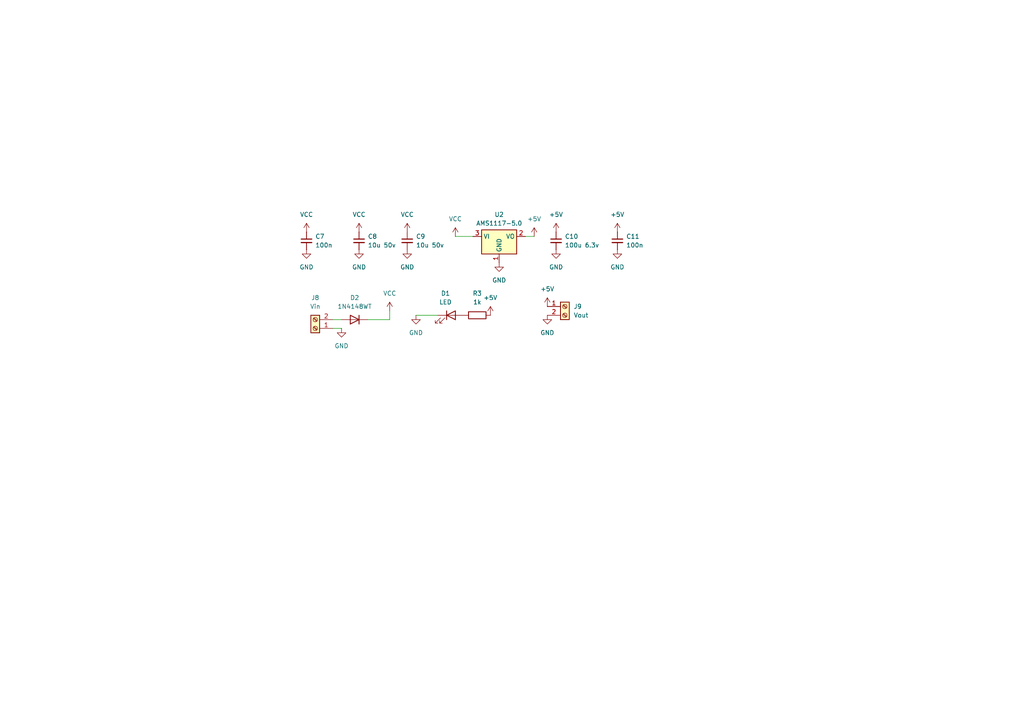
<source format=kicad_sch>
(kicad_sch (version 20250114) (generator "eeschema") (generator_version "9.0")
  (paper "A4")
  (lib_symbols
    (symbol "Connector:Screw_Terminal_01x02" (pin_names (offset 1.016) (hide yes))
      (property "Reference" "J" (at 0 2.54 0))
      (property "Value" "Screw_Terminal_01x02" (at 0 -5.08 0))
      (symbol "Screw_Terminal_01x02_1_1"
        (rectangle (start -1.27 1.27) (end 1.27 -3.81) (stroke (width 0.254)) (fill (type background)))
        (polyline (pts (xy -0.5334 0.3302) (xy 0.3302 -0.508)) (stroke (width 0.1524)))
        (polyline (pts (xy -0.5334 -2.2098) (xy 0.3302 -3.048)) (stroke (width 0.1524)))
        (polyline (pts (xy -0.3556 0.508) (xy 0.508 -0.3302)) (stroke (width 0.1524)))
        (polyline (pts (xy -0.3556 -2.032) (xy 0.508 -2.8702)) (stroke (width 0.1524)))
        (circle (center 0 0) (radius 0.635) (stroke (width 0.1524)))
        (circle (center 0 -2.54) (radius 0.635) (stroke (width 0.1524)))
        (pin passive line (at -5.08 0 0) (length 3.81) (name "Pin_1") (number "1"))
        (pin passive line (at -5.08 -2.54 0) (length 3.81) (name "Pin_2") (number "2"))
      )
    )
    (symbol "Device:C_Small" (pin_numbers (hide yes)) (pin_names (offset 0.254) (hide yes))
      (property "Reference" "C" (at 0.254 1.778 0))
      (property "Value" "C_Small" (at 0.254 -2.032 0))
      (symbol "C_Small_0_1"
        (polyline (pts (xy -1.524 0.508) (xy 1.524 0.508)) (stroke (width 0.3048)))
        (polyline (pts (xy -1.524 -0.508) (xy 1.524 -0.508)) (stroke (width 0.3302)))
      )
      (symbol "C_Small_1_1"
        (pin passive line (at 0 2.54 270) (length 2.032) (name "~") (number "1"))
        (pin passive line (at 0 -2.54 90) (length 2.032) (name "~") (number "2"))
      )
    )
    (symbol "Device:LED" (pin_numbers (hide yes)) (pin_names (offset 1.016) (hide yes))
      (property "Reference" "D" (at 0 2.54 0))
      (property "Value" "LED" (at 0 -2.54 0))
      (symbol "LED_0_1"
        (polyline (pts (xy -3.048 -0.762) (xy -4.572 -2.286) (xy -3.81 -2.286) (xy -4.572 -2.286) (xy -4.572 -1.524)))
        (polyline (pts (xy -1.778 -0.762) (xy -3.302 -2.286) (xy -2.54 -2.286) (xy -3.302 -2.286) (xy -3.302 -1.524)))
        (polyline (pts (xy -1.27 0) (xy 1.27 0)))
        (polyline (pts (xy -1.27 -1.27) (xy -1.27 1.27)) (stroke (width 0.254)))
        (polyline (pts (xy 1.27 -1.27) (xy 1.27 1.27) (xy -1.27 0) (xy 1.27 -1.27)) (stroke (width 0.254)))
      )
      (symbol "LED_1_1"
        (pin passive line (at -3.81 0 0) (length 2.54) (name "K") (number "1"))
        (pin passive line (at 3.81 0 180) (length 2.54) (name "A") (number "2"))
      )
    )
    (symbol "Device:R" (pin_numbers (hide yes)) (pin_names (offset 0))
      (property "Reference" "R" (at 2.032 0 90))
      (property "Value" "R" (at 0 0 90))
      (symbol "R_0_1"
        (rectangle (start -1.016 -2.54) (end 1.016 2.54) (stroke (width 0.254)))
      )
      (symbol "R_1_1"
        (pin passive line (at 0 3.81 270) (length 1.27) (name "~") (number "1"))
        (pin passive line (at 0 -3.81 90) (length 1.27) (name "~") (number "2"))
      )
    )
    (symbol "Diode:1N4148WT" (pin_numbers (hide yes)) (pin_names (hide yes))
      (property "Reference" "D" (at 0 2.54 0))
      (property "Value" "1N4148WT" (at 0 -2.54 0))
      (symbol "1N4148WT_0_1"
        (polyline (pts (xy -1.27 1.27) (xy -1.27 -1.27)) (stroke (width 0.254)))
        (polyline (pts (xy 1.27 1.27) (xy 1.27 -1.27) (xy -1.27 0) (xy 1.27 1.27)) (stroke (width 0.254)))
        (polyline (pts (xy 1.27 0) (xy -1.27 0)))
      )
      (symbol "1N4148WT_1_1"
        (pin passive line (at -3.81 0 0) (length 2.54) (name "K") (number "1"))
        (pin passive line (at 3.81 0 180) (length 2.54) (name "A") (number "2"))
      )
    )
    (symbol "Regulator_Linear:AMS1117-5.0"
      (property "Reference" "U" (at -3.81 3.175 0))
      (property "Value" "AMS1117-5.0" (at 0 3.175 0))
      (symbol "AMS1117-5.0_0_1"
        (rectangle (start -5.08 -5.08) (end 5.08 1.905) (stroke (width 0.254)) (fill (type background)))
      )
      (symbol "AMS1117-5.0_1_1"
        (pin power_in line (at -7.62 0 0) (length 2.54) (name "VI") (number "3"))
        (pin power_in line (at 0 -7.62 90) (length 2.54) (name "GND") (number "1"))
        (pin power_out line (at 7.62 0 180) (length 2.54) (name "VO") (number "2"))
      )
    )
    (symbol "power:+5V" (power) (pin_numbers (hide yes)) (pin_names (offset 0) (hide yes))
      (property "Value" "+5V" (at 0 3.556 0))
      (symbol "+5V_0_1"
        (polyline (pts (xy -0.762 1.27) (xy 0 2.54)))
        (polyline (pts (xy 0 2.54) (xy 0.762 1.27)))
        (polyline (pts (xy 0 0) (xy 0 2.54)))
      )
      (symbol "+5V_1_1"
        (pin power_in line (at 0 0 90) (length 0) (name "~") (number "1"))
      )
    )
    (symbol "power:GND" (power) (pin_numbers (hide yes)) (pin_names (offset 0) (hide yes))
      (property "Value" "GND" (at 0 -3.81 0))
      (symbol "GND_0_1"
        (polyline (pts (xy 0 0) (xy 0 -1.27) (xy 1.27 -1.27) (xy 0 -2.54) (xy -1.27 -1.27) (xy 0 -1.27)))
      )
      (symbol "GND_1_1"
        (pin power_in line (at 0 0 270) (length 0) (name "~") (number "1"))
      )
    )
    (symbol "power:VCC" (power) (pin_numbers (hide yes)) (pin_names (offset 0) (hide yes))
      (property "Value" "VCC" (at 0 3.556 0))
      (symbol "VCC_0_1"
        (polyline (pts (xy -0.762 1.27) (xy 0 2.54)))
        (polyline (pts (xy 0 2.54) (xy 0.762 1.27)))
        (polyline (pts (xy 0 0) (xy 0 2.54)))
      )
      (symbol "VCC_1_1"
        (pin power_in line (at 0 0 90) (length 0) (name "~") (number "1"))
      )
    )
  )
  (wire (pts (xy 99.06 95.25) (xy 96.52 95.25)))
  (wire (pts (xy 132.08 68.58) (xy 137.16 68.58)))
  (wire (pts (xy 113.03 92.71) (xy 106.68 92.71)))
  (wire (pts (xy 113.03 90.17) (xy 113.03 92.71)))
  (wire (pts (xy 120.65 91.44) (xy 127 91.44)))
  (wire (pts (xy 154.94 68.58) (xy 152.4 68.58)))
  (wire (pts (xy 99.06 92.71) (xy 96.52 92.71)))
  (symbol (lib_id "power:VCC") (at 132.08 68.58 0) (unit 1)
    (property "Reference" "#PWR029" (effects (hide yes)))
    (property "Value" "VCC" (at 132.08 63.5 0))
    (property "Description" "Power symbol creates a global label with name \"VCC\"" (effects (hide yes)))
  )
  (symbol (lib_id "power:GND") (at 99.06 95.25 0) (unit 1)
    (property "Reference" "#PWR022" (effects (hide yes)))
    (property "Value" "GND" (at 99.06 100.33 0))
    (property "Description" "Power symbol creates a global label with name \"GND\" , ground" (effects (hide yes)))
  )
  (symbol (lib_id "Device:C_Small") (at 161.29 69.85 0) (unit 1)
    (property "Reference" "C10" (at 163.83 68.5862 0) (effects (justify left)))
    (property "Value" "100u 6.3v" (at 163.83 71.1262 0) (effects (justify left)))
    (property "Footprint" "Capacitor_SMD:C_1206_3216Metric_Pad1.33x1.80mm_HandSolder" (effects (hide yes)))
    (property "Description" "Unpolarized capacitor, small symbol" (effects (hide yes)))
  )
  (symbol (lib_id "power:+5V") (at 161.29 67.31 0) (unit 1)
    (property "Reference" "#PWR035" (effects (hide yes)))
    (property "Value" "+5V" (at 161.29 62.23 0))
    (property "Description" "Power symbol creates a global label with name \"+5V\"" (effects (hide yes)))
  )
  (symbol (lib_id "power:+5V") (at 158.75 88.9 0) (unit 1)
    (property "Reference" "#PWR033" (effects (hide yes)))
    (property "Value" "+5V" (at 158.75 83.82 0))
    (property "Description" "Power symbol creates a global label with name \"+5V\"" (effects (hide yes)))
  )
  (symbol (lib_id "power:GND") (at 144.78 76.2 0) (unit 1)
    (property "Reference" "#PWR031" (effects (hide yes)))
    (property "Value" "GND" (at 144.78 81.28 0))
    (property "Description" "Power symbol creates a global label with name \"GND\" , ground" (effects (hide yes)))
  )
  (symbol (lib_id "power:VCC") (at 88.9 67.31 0) (unit 1)
    (property "Reference" "#PWR020" (effects (hide yes)))
    (property "Value" "VCC" (at 88.9 62.23 0))
    (property "Description" "Power symbol creates a global label with name \"VCC\"" (effects (hide yes)))
  )
  (symbol (lib_id "power:VCC") (at 113.03 90.17 0) (unit 1)
    (property "Reference" "#PWR025" (effects (hide yes)))
    (property "Value" "VCC" (at 113.03 85.09 0))
    (property "Description" "Power symbol creates a global label with name \"VCC\"" (effects (hide yes)))
  )
  (symbol (lib_id "power:+5V") (at 142.24 91.44 0) (unit 1)
    (property "Reference" "#PWR030" (effects (hide yes)))
    (property "Value" "+5V" (at 142.24 86.36 0))
    (property "Description" "Power symbol creates a global label with name \"+5V\"" (effects (hide yes)))
  )
  (symbol (lib_id "power:VCC") (at 118.11 67.31 0) (unit 1)
    (property "Reference" "#PWR026" (effects (hide yes)))
    (property "Value" "VCC" (at 118.11 62.23 0))
    (property "Description" "Power symbol creates a global label with name \"VCC\"" (effects (hide yes)))
  )
  (symbol (lib_id "power:GND") (at 118.11 72.39 0) (unit 1)
    (property "Reference" "#PWR027" (effects (hide yes)))
    (property "Value" "GND" (at 118.11 77.47 0))
    (property "Description" "Power symbol creates a global label with name \"GND\" , ground" (effects (hide yes)))
  )
  (symbol (lib_id "power:VCC") (at 104.14 67.31 0) (unit 1)
    (property "Reference" "#PWR023" (effects (hide yes)))
    (property "Value" "VCC" (at 104.14 62.23 0))
    (property "Description" "Power symbol creates a global label with name \"VCC\"" (effects (hide yes)))
  )
  (symbol (lib_id "power:+5V") (at 179.07 67.31 0) (unit 1)
    (property "Reference" "#PWR037" (effects (hide yes)))
    (property "Value" "+5V" (at 179.07 62.23 0))
    (property "Description" "Power symbol creates a global label with name \"+5V\"" (effects (hide yes)))
  )
  (symbol (lib_id "Device:C_Small") (at 179.07 69.85 0) (unit 1)
    (property "Reference" "C11" (at 181.61 68.5862 0) (effects (justify left)))
    (property "Value" "100n" (at 181.61 71.1262 0) (effects (justify left)))
    (property "Footprint" "Capacitor_SMD:C_0805_2012Metric_Pad1.18x1.45mm_HandSolder" (effects (hide yes)))
    (property "Description" "Unpolarized capacitor, small symbol" (effects (hide yes)))
  )
  (symbol (lib_id "Device:LED") (at 130.81 91.44 0) (unit 1)
    (property "Reference" "D1" (at 129.2225 85.09 0))
    (property "Value" "LED" (at 129.2225 87.63 0))
    (property "Footprint" "LED_SMD:LED_0805_2012Metric_Pad1.15x1.40mm_HandSolder" (effects (hide yes)))
    (property "Description" "Light emitting diode" (effects (hide yes)))
    (property "Sim.Pins" "1=K 2=A" (effects (hide yes)))
  )
  (symbol (lib_id "power:GND") (at 158.75 91.44 0) (unit 1)
    (property "Reference" "#PWR034" (effects (hide yes)))
    (property "Value" "GND" (at 158.75 96.52 0))
    (property "Description" "Power symbol creates a global label with name \"GND\" , ground" (effects (hide yes)))
  )
  (symbol (lib_id "Device:C_Small") (at 88.9 69.85 0) (unit 1)
    (property "Reference" "C7" (at 91.44 68.5862 0) (effects (justify left)))
    (property "Value" "100n" (at 91.44 71.1262 0) (effects (justify left)))
    (property "Footprint" "Capacitor_SMD:C_0805_2012Metric_Pad1.18x1.45mm_HandSolder" (effects (hide yes)))
    (property "Description" "Unpolarized capacitor, small symbol" (effects (hide yes)))
  )
  (symbol (lib_id "Connector:Screw_Terminal_01x02") (at 163.83 88.9 0) (unit 1)
    (property "Reference" "J9" (at 166.37 88.8999 0) (effects (justify left)))
    (property "Value" "Vout" (at 166.37 91.4399 0) (effects (justify left)))
    (property "Footprint" "TerminalBlock_Phoenix:TerminalBlock_Phoenix_MKDS-1,5-2_1x02_P5.00mm_Horizontal" (effects (hide yes)))
    (property "Description" "Generic screw terminal, single row, 01x02, script generated (kicad-library-utils/schlib/autogen/connector/)" (effects (hide yes)))
  )
  (symbol (lib_id "Diode:1N4148WT") (at 102.87 92.71 180) (unit 1)
    (property "Reference" "D2" (at 102.87 86.36 0))
    (property "Value" "1N4148WT" (at 102.87 88.9 0))
    (property "Footprint" "Diode_SMD:D_SOD-523" (effects (hide yes)))
    (property "Datasheet" "https://www.diodes.com/assets/Datasheets/ds30396.pdf" (effects (hide yes)))
    (property "Description" "75V 0.15A Fast switching Diode, SOD-523" (effects (hide yes)))
    (property "Sim.Device" "D" (effects (hide yes)))
    (property "Sim.Pins" "1=K 2=A" (effects (hide yes)))
  )
  (symbol (lib_id "Device:R") (at 138.43 91.44 90) (unit 1)
    (property "Reference" "R3" (at 138.43 85.09 90))
    (property "Value" "1k" (at 138.43 87.63 90))
    (property "Footprint" "Resistor_SMD:R_0805_2012Metric_Pad1.20x1.40mm_HandSolder" (effects (hide yes)))
    (property "Description" "Resistor" (effects (hide yes)))
  )
  (symbol (lib_id "Device:C_Small") (at 104.14 69.85 0) (unit 1)
    (property "Reference" "C8" (at 106.68 68.5862 0) (effects (justify left)))
    (property "Value" "10u 50v" (at 106.68 71.1262 0) (effects (justify left)))
    (property "Footprint" "Capacitor_SMD:C_0805_2012Metric_Pad1.18x1.45mm_HandSolder" (effects (hide yes)))
    (property "Description" "Unpolarized capacitor, small symbol" (effects (hide yes)))
  )
  (symbol (lib_id "power:GND") (at 161.29 72.39 0) (unit 1)
    (property "Reference" "#PWR036" (effects (hide yes)))
    (property "Value" "GND" (at 161.29 77.47 0))
    (property "Description" "Power symbol creates a global label with name \"GND\" , ground" (effects (hide yes)))
  )
  (symbol (lib_id "Regulator_Linear:AMS1117-5.0") (at 144.78 68.58 0) (unit 1)
    (property "Reference" "U2" (at 144.78 62.23 0))
    (property "Value" "AMS1117-5.0" (at 144.78 64.77 0))
    (property "Footprint" "Package_TO_SOT_SMD:SOT-223-3_TabPin2" (effects (hide yes)))
    (property "Datasheet" "http://www.advanced-monolithic.com/pdf/ds1117.pdf" (effects (hide yes)))
    (property "Description" "1A Low Dropout regulator, positive, 5.0V fixed output, SOT-223" (effects (hide yes)))
  )
  (symbol (lib_id "Connector:Screw_Terminal_01x02") (at 91.44 95.25 180) (unit 1)
    (property "Reference" "J8" (at 91.44 86.36 0))
    (property "Value" "Vin" (at 91.44 88.9 0))
    (property "Footprint" "TerminalBlock_Phoenix:TerminalBlock_Phoenix_MKDS-1,5-2_1x02_P5.00mm_Horizontal" (effects (hide yes)))
    (property "Description" "Generic screw terminal, single row, 01x02, script generated (kicad-library-utils/schlib/autogen/connector/)" (effects (hide yes)))
  )
  (symbol (lib_id "power:+5V") (at 154.94 68.58 0) (unit 1)
    (property "Reference" "#PWR032" (effects (hide yes)))
    (property "Value" "+5V" (at 154.94 63.5 0))
    (property "Description" "Power symbol creates a global label with name \"+5V\"" (effects (hide yes)))
  )
  (symbol (lib_id "power:GND") (at 179.07 72.39 0) (unit 1)
    (property "Reference" "#PWR038" (effects (hide yes)))
    (property "Value" "GND" (at 179.07 77.47 0))
    (property "Description" "Power symbol creates a global label with name \"GND\" , ground" (effects (hide yes)))
  )
  (symbol (lib_id "Device:C_Small") (at 118.11 69.85 0) (unit 1)
    (property "Reference" "C9" (at 120.65 68.5862 0) (effects (justify left)))
    (property "Value" "10u 50v" (at 120.65 71.1262 0) (effects (justify left)))
    (property "Footprint" "Capacitor_SMD:C_0805_2012Metric_Pad1.18x1.45mm_HandSolder" (effects (hide yes)))
    (property "Description" "Unpolarized capacitor, small symbol" (effects (hide yes)))
  )
  (symbol (lib_id "power:GND") (at 120.65 91.44 0) (unit 1)
    (property "Reference" "#PWR028" (effects (hide yes)))
    (property "Value" "GND" (at 120.65 96.52 0))
    (property "Description" "Power symbol creates a global label with name \"GND\" , ground" (effects (hide yes)))
  )
  (symbol (lib_id "power:GND") (at 88.9 72.39 0) (unit 1)
    (property "Reference" "#PWR021" (effects (hide yes)))
    (property "Value" "GND" (at 88.9 77.47 0))
    (property "Description" "Power symbol creates a global label with name \"GND\" , ground" (effects (hide yes)))
  )
  (symbol (lib_id "power:GND") (at 104.14 72.39 0) (unit 1)
    (property "Reference" "#PWR024" (effects (hide yes)))
    (property "Value" "GND" (at 104.14 77.47 0))
    (property "Description" "Power symbol creates a global label with name \"GND\" , ground" (effects (hide yes)))
  )
)
</source>
